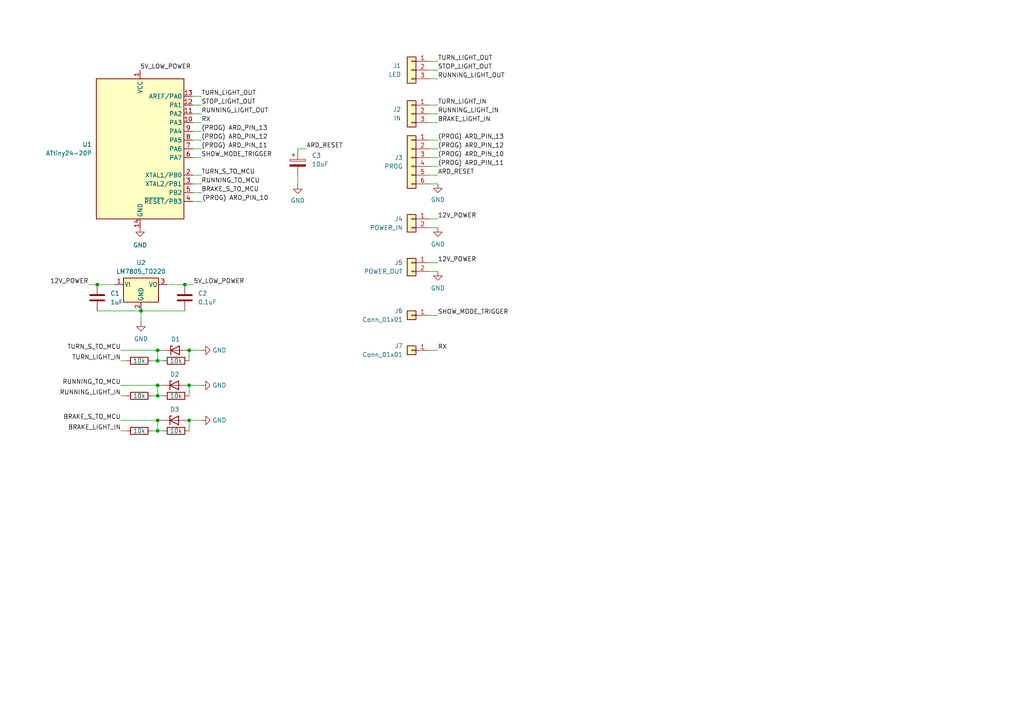
<source format=kicad_sch>
(kicad_sch (version 20230121) (generator eeschema)
  (paper "A4")
  (lib_symbols
    (symbol "Connector_Generic:Conn_01x01" (pin_names (offset 1.016) hide)
      (property "Reference" "J" (at 0 2.54 0))
      (property "Value" "Conn_01x01" (at 0 -2.54 0))
      (symbol "Conn_01x01_1_1"
        (rectangle (start -1.27 0.127) (end 0 -0.127) (stroke (width 0.1524)))
        (rectangle (start -1.27 1.27) (end 1.27 -1.27) (stroke (width 0.254)) (fill (type background)))
        (pin passive line (at -5.08 0 0) (length 3.81) (name "Pin_1") (number "1"))
      )
    )
    (symbol "Connector_Generic:Conn_01x02" (pin_names (offset 1.016) hide)
      (property "Reference" "J" (at 0 2.54 0))
      (property "Value" "Conn_01x02" (at 0 -5.08 0))
      (symbol "Conn_01x02_1_1"
        (rectangle (start -1.27 -2.413) (end 0 -2.667) (stroke (width 0.1524)))
        (rectangle (start -1.27 0.127) (end 0 -0.127) (stroke (width 0.1524)))
        (rectangle (start -1.27 1.27) (end 1.27 -3.81) (stroke (width 0.254)) (fill (type background)))
        (pin passive line (at -5.08 0 0) (length 3.81) (name "Pin_1") (number "1"))
        (pin passive line (at -5.08 -2.54 0) (length 3.81) (name "Pin_2") (number "2"))
      )
    )
    (symbol "Connector_Generic:Conn_01x03" (pin_names (offset 1.016) hide)
      (property "Reference" "J" (at 0 5.08 0))
      (property "Value" "Conn_01x03" (at 0 -5.08 0))
      (symbol "Conn_01x03_1_1"
        (rectangle (start -1.27 -2.413) (end 0 -2.667) (stroke (width 0.1524)))
        (rectangle (start -1.27 0.127) (end 0 -0.127) (stroke (width 0.1524)))
        (rectangle (start -1.27 2.667) (end 0 2.413) (stroke (width 0.1524)))
        (rectangle (start -1.27 3.81) (end 1.27 -3.81) (stroke (width 0.254)) (fill (type background)))
        (pin passive line (at -5.08 2.54 0) (length 3.81) (name "Pin_1") (number "1"))
        (pin passive line (at -5.08 0 0) (length 3.81) (name "Pin_2") (number "2"))
        (pin passive line (at -5.08 -2.54 0) (length 3.81) (name "Pin_3") (number "3"))
      )
    )
    (symbol "Connector_Generic:Conn_01x06" (pin_names (offset 1.016) hide)
      (property "Reference" "J" (at 0 7.62 0))
      (property "Value" "Conn_01x06" (at 0 -10.16 0))
      (symbol "Conn_01x06_1_1"
        (rectangle (start -1.27 -7.493) (end 0 -7.747) (stroke (width 0.1524)))
        (rectangle (start -1.27 -4.953) (end 0 -5.207) (stroke (width 0.1524)))
        (rectangle (start -1.27 -2.413) (end 0 -2.667) (stroke (width 0.1524)))
        (rectangle (start -1.27 0.127) (end 0 -0.127) (stroke (width 0.1524)))
        (rectangle (start -1.27 2.667) (end 0 2.413) (stroke (width 0.1524)))
        (rectangle (start -1.27 5.207) (end 0 4.953) (stroke (width 0.1524)))
        (rectangle (start -1.27 6.35) (end 1.27 -8.89) (stroke (width 0.254)) (fill (type background)))
        (pin passive line (at -5.08 5.08 0) (length 3.81) (name "Pin_1") (number "1"))
        (pin passive line (at -5.08 2.54 0) (length 3.81) (name "Pin_2") (number "2"))
        (pin passive line (at -5.08 0 0) (length 3.81) (name "Pin_3") (number "3"))
        (pin passive line (at -5.08 -2.54 0) (length 3.81) (name "Pin_4") (number "4"))
        (pin passive line (at -5.08 -5.08 0) (length 3.81) (name "Pin_5") (number "5"))
        (pin passive line (at -5.08 -7.62 0) (length 3.81) (name "Pin_6") (number "6"))
      )
    )
    (symbol "Device:C" (pin_numbers hide) (pin_names (offset 0.254))
      (property "Reference" "C" (at 0.635 2.54 0))
      (property "Value" "C" (at 0.635 -2.54 0))
      (symbol "C_0_1"
        (polyline (pts (xy -2.032 -0.762) (xy 2.032 -0.762)) (stroke (width 0.508)))
        (polyline (pts (xy -2.032 0.762) (xy 2.032 0.762)) (stroke (width 0.508)))
      )
      (symbol "C_1_1"
        (pin passive line (at 0 3.81 270) (length 2.794) (name "~") (number "1"))
        (pin passive line (at 0 -3.81 90) (length 2.794) (name "~") (number "2"))
      )
    )
    (symbol "Device:C_Polarized" (pin_numbers hide) (pin_names (offset 0.254))
      (property "Reference" "C" (at 0.635 2.54 0))
      (property "Value" "C_Polarized" (at 0.635 -2.54 0))
      (symbol "C_Polarized_0_1"
        (rectangle (start -2.286 0.508) (end 2.286 1.016))
        (polyline (pts (xy -1.778 2.286) (xy -0.762 2.286)))
        (polyline (pts (xy -1.27 2.794) (xy -1.27 1.778)))
        (rectangle (start 2.286 -0.508) (end -2.286 -1.016) (fill (type outline)))
      )
      (symbol "C_Polarized_1_1"
        (pin passive line (at 0 3.81 270) (length 2.794) (name "~") (number "1"))
        (pin passive line (at 0 -3.81 90) (length 2.794) (name "~") (number "2"))
      )
    )
    (symbol "Device:R" (pin_numbers hide) (pin_names (offset 0))
      (property "Reference" "R" (at 2.032 0 90))
      (property "Value" "R" (at 0 0 90))
      (symbol "R_0_1"
        (rectangle (start -1.016 -2.54) (end 1.016 2.54) (stroke (width 0.254)))
      )
      (symbol "R_1_1"
        (pin passive line (at 0 3.81 270) (length 1.27) (name "~") (number "1"))
        (pin passive line (at 0 -3.81 90) (length 1.27) (name "~") (number "2"))
      )
    )
    (symbol "Diode:1N47xxA" (pin_numbers hide) (pin_names hide)
      (property "Reference" "D" (at 0 2.54 0))
      (property "Value" "1N47xxA" (at 0 -2.54 0))
      (symbol "1N47xxA_0_1"
        (polyline (pts (xy 1.27 0) (xy -1.27 0)))
        (polyline (pts (xy -1.27 -1.27) (xy -1.27 1.27) (xy -0.762 1.27)) (stroke (width 0.254)))
        (polyline (pts (xy 1.27 -1.27) (xy 1.27 1.27) (xy -1.27 0) (xy 1.27 -1.27)) (stroke (width 0.254)))
      )
      (symbol "1N47xxA_1_1"
        (pin passive line (at -3.81 0 0) (length 2.54) (name "K") (number "1"))
        (pin passive line (at 3.81 0 180) (length 2.54) (name "A") (number "2"))
      )
    )
    (symbol "MCU_Microchip_ATtiny:ATtiny24-20P"
      (property "Reference" "U" (at -12.7 21.59 0))
      (property "Value" "ATtiny24-20P" (at 2.54 -21.59 0))
      (symbol "ATtiny24-20P_0_1"
        (rectangle (start -12.7 -20.32) (end 12.7 20.32) (stroke (width 0.254)) (fill (type background)))
      )
      (symbol "ATtiny24-20P_1_1"
        (pin power_in line (at 0 22.86 270) (length 2.54) (name "VCC") (number "1"))
        (pin bidirectional line (at 15.24 7.62 180) (length 2.54) (name "PA3") (number "10"))
        (pin bidirectional line (at 15.24 10.16 180) (length 2.54) (name "PA2") (number "11"))
        (pin bidirectional line (at 15.24 12.7 180) (length 2.54) (name "PA1") (number "12"))
        (pin bidirectional line (at 15.24 15.24 180) (length 2.54) (name "AREF/PA0") (number "13"))
        (pin power_in line (at 0 -22.86 90) (length 2.54) (name "GND") (number "14"))
        (pin bidirectional line (at 15.24 -7.62 180) (length 2.54) (name "XTAL1/PB0") (number "2"))
        (pin bidirectional line (at 15.24 -10.16 180) (length 2.54) (name "XTAL2/PB1") (number "3"))
        (pin bidirectional line (at 15.24 -15.24 180) (length 2.54) (name "~{RESET}/PB3") (number "4"))
        (pin bidirectional line (at 15.24 -12.7 180) (length 2.54) (name "PB2") (number "5"))
        (pin bidirectional line (at 15.24 -2.54 180) (length 2.54) (name "PA7") (number "6"))
        (pin bidirectional line (at 15.24 0 180) (length 2.54) (name "PA6") (number "7"))
        (pin bidirectional line (at 15.24 2.54 180) (length 2.54) (name "PA5") (number "8"))
        (pin bidirectional line (at 15.24 5.08 180) (length 2.54) (name "PA4") (number "9"))
      )
    )
    (symbol "Regulator_Linear:LM7805_TO220" (pin_names (offset 0.254))
      (property "Reference" "U" (at -3.81 3.175 0))
      (property "Value" "LM7805_TO220" (at 0 3.175 0))
      (symbol "LM7805_TO220_0_1"
        (rectangle (start -5.08 1.905) (end 5.08 -5.08) (stroke (width 0.254)) (fill (type background)))
      )
      (symbol "LM7805_TO220_1_1"
        (pin power_in line (at -7.62 0 0) (length 2.54) (name "VI") (number "1"))
        (pin power_in line (at 0 -7.62 90) (length 2.54) (name "GND") (number "2"))
        (pin power_out line (at 7.62 0 180) (length 2.54) (name "VO") (number "3"))
      )
    )
    (symbol "power:GND" (power) (pin_names (offset 0))
      (property "Value" "GND" (at 0 -3.81 0))
      (symbol "GND_0_1"
        (polyline (pts (xy 0 0) (xy 0 -1.27) (xy 1.27 -1.27) (xy 0 -2.54) (xy -1.27 -1.27) (xy 0 -1.27)))
      )
      (symbol "GND_1_1"
        (pin power_in line (at 0 0 270) (length 0) hide (name "GND") (number "1"))
      )
    )
  )
  (junction (at 28.194 82.55))
  (junction (at 40.894 90.17))
  (junction (at 54.864 121.92))
  (junction (at 54.864 101.6))
  (junction (at 53.594 82.55))
  (junction (at 45.72 121.92))
  (junction (at 45.72 114.808))
  (junction (at 45.72 101.6))
  (junction (at 45.72 124.968))
  (junction (at 54.864 111.76))
  (junction (at 45.72 111.76))
  (junction (at 45.72 104.648))
  (wire (pts (xy 35.052 104.648) (xy 36.576 104.648)))
  (wire (pts (xy 55.88 45.72) (xy 58.42 45.72)))
  (wire (pts (xy 54.864 101.6) (xy 58.42 101.6)))
  (wire (pts (xy 45.72 124.968) (xy 47.244 124.968)))
  (wire (pts (xy 124.46 48.26) (xy 127 48.26)))
  (wire (pts (xy 54.864 111.76) (xy 58.42 111.76)))
  (wire (pts (xy 86.36 43.18) (xy 86.36 43.434)))
  (wire (pts (xy 25.654 82.55) (xy 28.194 82.55)))
  (wire (pts (xy 88.9 43.18) (xy 86.36 43.18)))
  (wire (pts (xy 54.864 101.6) (xy 54.864 104.648)))
  (wire (pts (xy 55.88 30.48) (xy 58.42 30.48)))
  (wire (pts (xy 124.46 53.34) (xy 127 53.34)))
  (wire (pts (xy 40.894 90.17) (xy 40.894 93.472)))
  (wire (pts (xy 124.46 17.78) (xy 127 17.78)))
  (wire (pts (xy 54.356 121.92) (xy 54.864 121.92)))
  (wire (pts (xy 28.194 90.17) (xy 40.894 90.17)))
  (wire (pts (xy 55.88 38.1) (xy 58.42 38.1)))
  (wire (pts (xy 44.196 104.648) (xy 45.72 104.648)))
  (wire (pts (xy 55.88 33.02) (xy 58.42 33.02)))
  (wire (pts (xy 28.194 82.55) (xy 33.274 82.55)))
  (wire (pts (xy 55.88 58.42) (xy 58.674 58.42)))
  (wire (pts (xy 124.46 66.04) (xy 127 66.04)))
  (wire (pts (xy 55.88 50.8) (xy 58.42 50.8)))
  (wire (pts (xy 124.46 76.2) (xy 127 76.2)))
  (wire (pts (xy 124.46 45.72) (xy 127 45.72)))
  (wire (pts (xy 124.46 101.6) (xy 127 101.6)))
  (wire (pts (xy 54.864 121.92) (xy 54.864 124.968)))
  (wire (pts (xy 45.72 114.808) (xy 47.244 114.808)))
  (wire (pts (xy 45.72 104.648) (xy 47.244 104.648)))
  (wire (pts (xy 124.46 40.64) (xy 127 40.64)))
  (wire (pts (xy 35.052 101.6) (xy 45.72 101.6)))
  (wire (pts (xy 124.46 91.44) (xy 127 91.44)))
  (wire (pts (xy 86.36 51.054) (xy 86.36 53.594)))
  (wire (pts (xy 35.052 124.968) (xy 36.576 124.968)))
  (wire (pts (xy 54.864 111.76) (xy 54.864 114.808)))
  (wire (pts (xy 124.46 33.02) (xy 127 33.02)))
  (wire (pts (xy 35.052 121.92) (xy 45.72 121.92)))
  (wire (pts (xy 45.72 111.76) (xy 45.72 114.808)))
  (wire (pts (xy 45.72 101.6) (xy 45.72 104.648)))
  (wire (pts (xy 124.46 63.5) (xy 127 63.5)))
  (wire (pts (xy 124.46 30.48) (xy 127 30.48)))
  (wire (pts (xy 35.052 114.808) (xy 36.576 114.808)))
  (wire (pts (xy 124.46 78.74) (xy 127 78.74)))
  (wire (pts (xy 55.88 27.94) (xy 58.42 27.94)))
  (wire (pts (xy 45.72 121.92) (xy 45.72 124.968)))
  (wire (pts (xy 124.46 20.32) (xy 127 20.32)))
  (wire (pts (xy 35.052 111.76) (xy 45.72 111.76)))
  (wire (pts (xy 46.99 101.6) (xy 45.72 101.6)))
  (wire (pts (xy 53.594 82.55) (xy 56.134 82.55)))
  (wire (pts (xy 55.88 55.88) (xy 58.42 55.88)))
  (wire (pts (xy 44.196 124.968) (xy 45.72 124.968)))
  (wire (pts (xy 48.514 82.55) (xy 53.594 82.55)))
  (wire (pts (xy 54.356 111.76) (xy 54.864 111.76)))
  (wire (pts (xy 55.88 53.34) (xy 58.42 53.34)))
  (wire (pts (xy 54.864 121.92) (xy 58.42 121.92)))
  (wire (pts (xy 44.196 114.808) (xy 45.72 114.808)))
  (wire (pts (xy 55.88 35.56) (xy 58.42 35.56)))
  (wire (pts (xy 55.88 40.64) (xy 58.42 40.64)))
  (wire (pts (xy 46.736 111.76) (xy 45.72 111.76)))
  (wire (pts (xy 124.46 43.18) (xy 127 43.18)))
  (wire (pts (xy 124.46 50.8) (xy 127 50.8)))
  (wire (pts (xy 46.736 121.92) (xy 45.72 121.92)))
  (wire (pts (xy 124.46 35.56) (xy 127 35.56)))
  (wire (pts (xy 40.894 90.17) (xy 53.594 90.17)))
  (wire (pts (xy 55.88 43.18) (xy 58.42 43.18)))
  (wire (pts (xy 124.46 22.86) (xy 127 22.86)))
  (wire (pts (xy 54.61 101.6) (xy 54.864 101.6)))
  (label "RUNNING_LIGHT_IN" (at 35.052 114.808 180))
  (label "12V_POWER" (at 127 76.2 0))
  (label "STOP_LIGHT_OUT" (at 58.42 30.48 0))
  (label "RUNNING_LIGHT_IN" (at 127 33.02 0))
  (label "(PROG) ARD_PIN_11" (at 127 48.26 0))
  (label "TURN_S_TO_MCU" (at 58.42 50.8 0))
  (label "RUNNING_TO_MCU" (at 58.42 53.34 0))
  (label "5V_LOW_POWER" (at 40.64 20.32 0))
  (label "(PROG) ARD_PIN_10" (at 127 45.72 0))
  (label "TURN_LIGHT_IN" (at 127 30.48 0))
  (label "BRAKE_S_TO_MCU" (at 58.42 55.88 0))
  (label "(PROG) ARD_PIN_13" (at 127 40.64 0))
  (label "RX" (at 127 101.6 0))
  (label "RUNNING_LIGHT_OUT" (at 58.42 33.02 0))
  (label "(PROG) ARD_PIN_12" (at 127 43.18 0))
  (label "SHOW_MODE_TRIGGER" (at 58.42 45.72 0))
  (label "12V_POWER" (at 25.654 82.55 180))
  (label "(PROG) ARD_PIN_10" (at 58.674 58.42 0))
  (label "BRAKE_LIGHT_IN" (at 127 35.56 0))
  (label "BRAKE_S_TO_MCU" (at 35.052 121.92 180))
  (label "5V_LOW_POWER" (at 56.134 82.55 0))
  (label "12V_POWER" (at 127 63.5 0))
  (label "RUNNING_TO_MCU" (at 35.052 111.76 180))
  (label "ARD_RESET" (at 127 50.8 0))
  (label "TURN_LIGHT_IN" (at 35.052 104.648 180))
  (label "BRAKE_LIGHT_IN" (at 35.052 124.968 180))
  (label "(PROG) ARD_PIN_11" (at 58.42 43.18 0))
  (label "RUNNING_LIGHT_OUT" (at 127 22.86 0))
  (label "SHOW_MODE_TRIGGER" (at 127 91.44 0))
  (label "TURN_S_TO_MCU" (at 35.052 101.6 180))
  (label "TURN_LIGHT_OUT" (at 58.42 27.94 0))
  (label "TURN_LIGHT_OUT" (at 127 17.78 0))
  (label "(PROG) ARD_PIN_13" (at 58.42 38.1 0))
  (label "RX" (at 58.42 35.56 0))
  (label "(PROG) ARD_PIN_12" (at 58.42 40.64 0))
  (label "ARD_RESET" (at 88.9 43.18 0))
  (label "STOP_LIGHT_OUT" (at 127 20.32 0))
  (symbol (lib_id "Device:C") (at 53.594 86.36 0) (unit 1)
    (property "Reference" "C2" (at 57.404 85.09 0) (effects (justify left)))
    (property "Value" "0.1uF" (at 57.404 87.63 0) (effects (justify left)))
    (property "Footprint" "Capacitor_THT:C_Disc_D10.0mm_W2.5mm_P5.00mm" (effects hide))
  )
  (symbol (lib_id "power:GND") (at 58.42 101.6 90) (unit 1)
    (property "Reference" "#PWR01" (effects hide))
    (property "Value" "GND" (at 61.595 101.5999 90) (effects (justify right)))
  )
  (symbol (lib_id "power:GND") (at 127 66.04 0) (unit 1)
    (property "Reference" "#PWR07" (effects hide))
    (property "Value" "GND" (at 127 70.866 0))
  )
  (symbol (lib_id "power:GND") (at 40.64 66.04 0) (unit 1)
    (property "Reference" "#PWR03" (effects hide))
    (property "Value" "GND" (at 40.64 71.12 0))
  )
  (symbol (lib_id "Diode:1N47xxA") (at 50.8 101.6 0) (unit 1)
    (property "Reference" "D1" (at 50.927 98.425 0))
    (property "Value" "1N47xxA" (effects hide))
    (property "Footprint" "Diode_THT:D_DO-41_SOD81_P3.81mm_Vertical_AnodeUp" (effects hide))
    (property "Datasheet" "https://www.vishay.com/docs/85816/1n4728a.pdf" (effects hide))
  )
  (symbol (lib_id "power:GND") (at 58.42 121.92 90) (unit 1)
    (property "Reference" "#PWR06" (effects hide))
    (property "Value" "GND" (at 61.595 121.9199 90) (effects (justify right)))
  )
  (symbol (lib_id "Device:R") (at 51.054 124.968 270) (unit 1)
    (property "Reference" "R6" (effects hide))
    (property "Value" "10k" (at 51.054 124.968 90))
    (property "Footprint" "Resistor_THT:R_Axial_DIN0207_L6.3mm_D2.5mm_P2.54mm_Vertical" (effects hide))
  )
  (symbol (lib_id "Connector_Generic:Conn_01x01") (at 119.38 101.6 0) (mirror y) (unit 1)
    (property "Reference" "J7" (at 116.84 100.33 0) (effects (justify left)))
    (property "Value" "Conn_01x01" (at 116.84 102.87 0) (effects (justify left)))
    (property "Footprint" "Connector_PinSocket_2.54mm:PinSocket_1x01_P2.54mm_Vertical" (effects hide))
  )
  (symbol (lib_id "Connector_Generic:Conn_01x02") (at 119.38 76.2 0) (mirror y) (unit 1)
    (property "Reference" "J5" (at 116.84 76.2 0) (effects (justify left)))
    (property "Value" "POWER_OUT" (at 116.84 78.74 0) (effects (justify left)))
    (property "Footprint" "Connector_PinSocket_2.54mm:PinSocket_1x02_P2.54mm_Vertical" (effects hide))
  )
  (symbol (lib_id "power:GND") (at 127 78.74 0) (unit 1)
    (property "Reference" "#PWR09" (effects hide))
    (property "Value" "GND" (at 127 83.566 0))
  )
  (symbol (lib_id "Diode:1N47xxA") (at 50.546 111.76 0) (unit 1)
    (property "Reference" "D2" (at 50.673 108.585 0))
    (property "Value" "1N47xxA" (effects hide))
    (property "Footprint" "Diode_THT:D_DO-41_SOD81_P3.81mm_Vertical_AnodeUp" (effects hide))
    (property "Datasheet" "https://www.vishay.com/docs/85816/1n4728a.pdf" (effects hide))
  )
  (symbol (lib_id "Device:R") (at 40.386 124.968 270) (unit 1)
    (property "Reference" "R5" (effects hide))
    (property "Value" "10k" (at 40.386 124.968 90))
    (property "Footprint" "Resistor_THT:R_Axial_DIN0207_L6.3mm_D2.5mm_P2.54mm_Vertical" (effects hide))
  )
  (symbol (lib_id "power:GND") (at 86.36 53.594 0) (unit 1)
    (property "Reference" "#PWR04" (effects hide))
    (property "Value" "GND" (at 86.36 58.166 0))
  )
  (symbol (lib_id "Connector_Generic:Conn_01x06") (at 119.38 45.72 0) (mirror y) (unit 1)
    (property "Reference" "J3" (at 116.84 45.72 0) (effects (justify left)))
    (property "Value" "PROG" (at 116.84 48.26 0) (effects (justify left)))
    (property "Footprint" "Connector_PinSocket_2.54mm:PinSocket_1x06_P2.54mm_Vertical" (effects hide))
  )
  (symbol (lib_id "Connector_Generic:Conn_01x03") (at 119.38 20.32 0) (mirror y) (unit 1)
    (property "Reference" "J1" (at 116.332 19.05 0) (effects (justify left)))
    (property "Value" "LED" (at 116.332 21.59 0) (effects (justify left)))
    (property "Footprint" "Connector_PinSocket_2.54mm:PinSocket_1x03_P2.54mm_Vertical" (effects hide))
  )
  (symbol (lib_id "power:GND") (at 127 53.34 0) (unit 1)
    (property "Reference" "#PWR08" (effects hide))
    (property "Value" "GND" (at 127 57.912 0))
  )
  (symbol (lib_id "power:GND") (at 58.42 111.76 90) (unit 1)
    (property "Reference" "#PWR05" (effects hide))
    (property "Value" "GND" (at 61.595 111.7599 90) (effects (justify right)))
  )
  (symbol (lib_id "Diode:1N47xxA") (at 50.546 121.92 0) (unit 1)
    (property "Reference" "D3" (at 50.673 118.745 0))
    (property "Value" "1N47xxA" (effects hide))
    (property "Footprint" "Diode_THT:D_DO-41_SOD81_P3.81mm_Vertical_AnodeUp" (effects hide))
    (property "Datasheet" "https://www.vishay.com/docs/85816/1n4728a.pdf" (effects hide))
  )
  (symbol (lib_id "Device:R") (at 51.054 114.808 270) (unit 1)
    (property "Reference" "R4" (effects hide))
    (property "Value" "10k" (at 51.054 114.808 90))
    (property "Footprint" "Resistor_THT:R_Axial_DIN0207_L6.3mm_D2.5mm_P2.54mm_Vertical" (effects hide))
  )
  (symbol (lib_id "Device:C") (at 28.194 86.36 0) (unit 1)
    (property "Reference" "C1" (at 32.004 85.09 0) (effects (justify left)))
    (property "Value" "1uF" (at 32.004 87.63 0) (effects (justify left)))
    (property "Footprint" "Capacitor_THT:C_Disc_D10.0mm_W2.5mm_P5.00mm" (effects hide))
  )
  (symbol (lib_id "Connector_Generic:Conn_01x01") (at 119.38 91.44 0) (mirror y) (unit 1)
    (property "Reference" "J6" (at 116.84 90.17 0) (effects (justify left)))
    (property "Value" "Conn_01x01" (at 116.84 92.71 0) (effects (justify left)))
    (property "Footprint" "Connector_PinSocket_2.54mm:PinSocket_1x01_P2.54mm_Vertical" (effects hide))
  )
  (symbol (lib_id "Connector_Generic:Conn_01x02") (at 119.38 63.5 0) (mirror y) (unit 1)
    (property "Reference" "J4" (at 116.84 63.5 0) (effects (justify left)))
    (property "Value" "POWER_IN" (at 116.84 66.04 0) (effects (justify left)))
    (property "Footprint" "Connector_PinSocket_2.54mm:PinSocket_1x02_P2.54mm_Vertical" (effects hide))
  )
  (symbol (lib_id "Regulator_Linear:LM7805_TO220") (at 40.894 82.55 0) (unit 1)
    (property "Reference" "U2" (at 40.894 76.2 0))
    (property "Value" "LM7805_TO220" (at 40.894 78.74 0))
    (property "Footprint" "Package_TO_SOT_THT:TO-220-3_Vertical" (effects hide))
    (property "Datasheet" "https://www.onsemi.cn/PowerSolutions/document/MC7800-D.PDF" (effects hide))
  )
  (symbol (lib_id "Connector_Generic:Conn_01x03") (at 119.38 33.02 0) (mirror y) (unit 1)
    (property "Reference" "J2" (at 116.332 31.75 0) (effects (justify left)))
    (property "Value" "IN" (at 116.332 34.29 0) (effects (justify left)))
    (property "Footprint" "Connector_PinSocket_2.54mm:PinSocket_1x03_P2.54mm_Vertical" (effects hide))
  )
  (symbol (lib_id "Device:R") (at 40.386 104.648 270) (unit 1)
    (property "Reference" "R1" (effects hide))
    (property "Value" "10k" (at 40.386 104.648 90))
    (property "Footprint" "Resistor_THT:R_Axial_DIN0207_L6.3mm_D2.5mm_P2.54mm_Vertical" (effects hide))
  )
  (symbol (lib_id "MCU_Microchip_ATtiny:ATtiny24-20P") (at 40.64 43.18 0) (unit 1)
    (property "Reference" "U1" (at 26.67 41.91 0) (effects (justify right)))
    (property "Value" "ATtiny24-20P" (at 26.67 44.45 0) (effects (justify right)))
    (property "Footprint" "Package_DIP:DIP-14_W7.62mm" (effects hide))
    (property "Datasheet" "http://ww1.microchip.com/downloads/en/DeviceDoc/doc8006.pdf" (effects hide))
  )
  (symbol (lib_id "Device:R") (at 40.386 114.808 270) (unit 1)
    (property "Reference" "R3" (effects hide))
    (property "Value" "10k" (at 40.386 114.808 90))
    (property "Footprint" "Resistor_THT:R_Axial_DIN0207_L6.3mm_D2.5mm_P2.54mm_Vertical" (effects hide))
  )
  (symbol (lib_id "Device:R") (at 51.054 104.648 270) (unit 1)
    (property "Reference" "R2" (effects hide))
    (property "Value" "10k" (at 51.054 104.648 90))
    (property "Footprint" "Resistor_THT:R_Axial_DIN0207_L6.3mm_D2.5mm_P2.54mm_Vertical" (effects hide))
  )
  (symbol (lib_id "power:GND") (at 40.894 93.472 0) (unit 1)
    (property "Reference" "#PWR02" (effects hide))
    (property "Value" "GND" (at 40.894 98.298 0))
  )
  (symbol (lib_id "Device:C_Polarized") (at 86.36 47.244 0) (unit 1)
    (property "Reference" "C3" (at 90.424 45.085 0) (effects (justify left)))
    (property "Value" "10uF" (at 90.424 47.625 0) (effects (justify left)))
    (property "Footprint" "Capacitor_THT:CP_Radial_D10.0mm_P5.00mm" (effects hide))
  )
)
</source>
